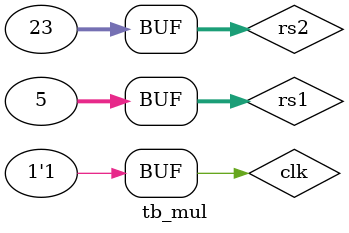
<source format=v>
`timescale 1ns / 1ps



module tb_mul();

    reg  clk;
    always begin
        clk <= 1'b0; #5; 
        clk <= 1'b1; #5;
    end
    
    
    reg [31:0] rs1, rs2;
    wire [31:0] p;
    
    
    signed_mul ss( .CLK(clk), .A(rs1), .B(rs2), .P(p));
    
    
    initial begin
        rs1 <= 32'd5;
        rs2 <= 32'd23;
    end
    


endmodule 
//module tb_div();

//    reg clk;
    
//    always begin
//        clk <= 1'b0;
//        #5;
//        clk <= 1'b1;
//        #5;
    
//    end
    
//    wire [31:0] div_result;
//    reg [31:0] rs1, rs2;
//    reg [2:0] f3;
//    reg start;
//    wire stall;
//    reg rst;
    
    
//    DIV div( div_result,
//             rs1,
//             rs2,
//             f3,
//             start,
//             stall,
//             rst,
//             clk
//           );
    
    
//    initial begin
    
//        rs1 <= -32'd24;
//        rs2 <= -32'd9;
//        f3 <= 3'b100;
//        start <= 1'b0;
//        rst <= 1'b1;
        
//        #200;
        
//        rst <= 1'b0;
//        start <= 1'b1;
       
//        rs1 <= 32'd16;
//        rs2 <= 32'd5;
        
        
    
//    end



//endmodule


//module tb_dmem();

//    reg [13:0] addr;
//    reg [31:0] write;
//    reg en;
//    reg clk;
//    reg [3:0] be;
    
//    wire [31:0] read;
    
//    always begin
//        #100;
//        clk <= ~clk;
//    end
    
//    initial begin
    
//        addr <= 12'd0;
//        write <= 32'h44332211;
//        en <= 1'b0;
//        clk <= 1'b0;
//        be <= 4'hf;
        
//        #50;
        
//        en <= 1'b1;
//        be <= 4'h8;
        
//        #100;
//        be <= 4'h3;
        
    
//    end
    
    
//    DRAM mem(
//                .addra(addr),
//                .clka(clk),
//                .dina(write),
//                .douta(read),
//                .ena(en),
//                .wea(be)
//            ); 


//endmodule

</source>
